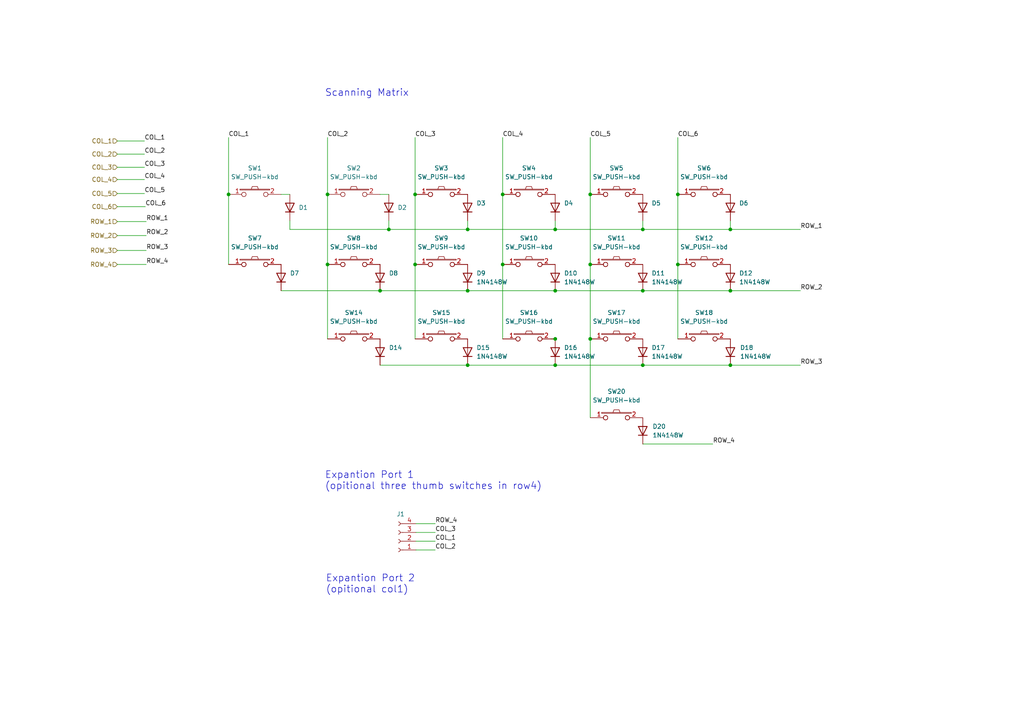
<source format=kicad_sch>
(kicad_sch (version 20211123) (generator eeschema)
  (paper "A4")
  (lib_symbols
    (symbol "Connector:Conn_01x04_Female" (pin_names (offset 1.016) hide)
      (property "Reference" "J" (at 0 5.08 0))
      (property "Value" "Conn_01x04_Female" (at 0 -7.62 0))
      (symbol "Conn_01x04_Female_1_1"
        (arc (start 0 -4.572) (mid -0.508 -5.08) (end 0 -5.588) (stroke (width 0.1524)))
        (arc (start 0 -2.032) (mid -0.508 -2.54) (end 0 -3.048) (stroke (width 0.1524)))
        (polyline (pts (xy -1.27 -5.08) (xy -0.508 -5.08)) (stroke (width 0.1524)))
        (polyline (pts (xy -1.27 -2.54) (xy -0.508 -2.54)) (stroke (width 0.1524)))
        (polyline (pts (xy -1.27 0) (xy -0.508 0)) (stroke (width 0.1524)))
        (polyline (pts (xy -1.27 2.54) (xy -0.508 2.54)) (stroke (width 0.1524)))
        (arc (start 0 0.508) (mid -0.508 0) (end 0 -0.508) (stroke (width 0.1524)))
        (arc (start 0 3.048) (mid -0.508 2.54) (end 0 2.032) (stroke (width 0.1524)))
        (pin passive line (at -5.08 2.54 0) (length 3.81) (name "Pin_1") (number "1"))
        (pin passive line (at -5.08 0 0) (length 3.81) (name "Pin_2") (number "2"))
        (pin passive line (at -5.08 -2.54 0) (length 3.81) (name "Pin_3") (number "3"))
        (pin passive line (at -5.08 -5.08 0) (length 3.81) (name "Pin_4") (number "4"))
      )
    )
    (symbol "mysymbol:1N4148W" (pin_numbers hide) (pin_names (offset 1.016) hide)
      (property "Reference" "D?" (at 2.54 1.2701 90))
      (symbol "1N4148W_0_1"
        (polyline (pts (xy -1.27 1.27) (xy -1.27 -1.27)) (stroke (width 0.254)))
        (polyline (pts (xy 1.27 0) (xy -1.27 0)))
        (polyline (pts (xy 1.27 1.27) (xy 1.27 -1.27) (xy -1.27 0) (xy 1.27 1.27)) (stroke (width 0.254)))
      )
      (symbol "1N4148W_1_1"
        (pin passive line (at -3.81 0 0) (length 2.54) (name "K") (number "1"))
        (pin passive line (at 3.81 0 180) (length 2.54) (name "A") (number "2"))
      )
    )
    (symbol "mysymbol:SW_PUSH-kbd" (pin_names (offset 1.016) hide)
      (property "Reference" "SW1" (at 3.81 2.794 0))
      (symbol "SW_PUSH-kbd_0_1"
        (rectangle (start -4.318 1.27) (end 4.318 1.524))
        (polyline (pts (xy -1.016 1.524) (xy -0.762 2.286) (xy 0.762 2.286) (xy 1.016 1.524)))
        (pin passive inverted (at -7.62 0 0) (length 5.08) (name "1") (number "1"))
        (pin passive inverted (at 7.62 0 180) (length 5.08) (name "2") (number "2"))
      )
    )
  )
  (junction (at 135.636 66.548))
  (junction (at 94.996 56.388))
  (junction (at 196.596 76.708))
  (junction (at 112.776 66.548))
  (junction (at 145.796 56.388))
  (junction (at 211.836 105.918))
  (junction (at 161.036 98.298))
  (junction (at 171.196 56.388))
  (junction (at 120.396 56.388))
  (junction (at 120.396 76.708))
  (junction (at 135.636 84.328))
  (junction (at 135.636 105.918))
  (junction (at 171.196 76.708))
  (junction (at 94.996 76.708))
  (junction (at 211.836 66.548))
  (junction (at 211.836 84.328))
  (junction (at 161.036 84.328))
  (junction (at 66.294 56.388))
  (junction (at 171.196 98.298))
  (junction (at 161.036 105.918))
  (junction (at 145.796 76.708))
  (junction (at 186.436 105.918))
  (junction (at 186.436 66.548))
  (junction (at 110.236 84.328))
  (junction (at 186.436 84.328))
  (junction (at 161.036 66.548))
  (junction (at 196.596 56.388))
  (wire (pts (xy 120.396 76.708) (xy 120.396 98.298)))
  (wire (pts (xy 145.796 76.708) (xy 145.796 98.298)))
  (wire (pts (xy 161.036 105.918) (xy 186.436 105.918)))
  (wire (pts (xy 81.534 84.328) (xy 110.236 84.328)))
  (wire (pts (xy 135.636 84.328) (xy 161.036 84.328)))
  (wire (pts (xy 186.436 66.548) (xy 211.836 66.548)))
  (wire (pts (xy 94.996 56.388) (xy 94.996 76.708)))
  (wire (pts (xy 110.236 84.328) (xy 135.636 84.328)))
  (wire (pts (xy 211.836 64.008) (xy 211.836 66.548)))
  (wire (pts (xy 211.836 66.548) (xy 232.156 66.548)))
  (wire (pts (xy 161.036 64.008) (xy 161.036 66.548)))
  (wire (pts (xy 161.036 84.328) (xy 186.436 84.328)))
  (wire (pts (xy 34.036 44.704) (xy 41.91 44.704)))
  (wire (pts (xy 34.036 68.326) (xy 42.418 68.326)))
  (wire (pts (xy 120.65 159.512) (xy 126.238 159.512)))
  (wire (pts (xy 34.036 64.262) (xy 42.418 64.262)))
  (wire (pts (xy 186.436 128.778) (xy 206.756 128.778)))
  (wire (pts (xy 211.836 105.918) (xy 232.156 105.918)))
  (wire (pts (xy 211.836 84.328) (xy 232.156 84.328)))
  (wire (pts (xy 94.996 39.878) (xy 94.996 56.388)))
  (wire (pts (xy 34.036 48.514) (xy 41.91 48.514)))
  (wire (pts (xy 120.396 56.388) (xy 120.396 76.708)))
  (wire (pts (xy 186.436 105.918) (xy 211.836 105.918)))
  (wire (pts (xy 161.036 66.548) (xy 186.436 66.548)))
  (wire (pts (xy 196.596 39.878) (xy 196.596 56.388)))
  (wire (pts (xy 110.236 56.388) (xy 112.776 56.388)))
  (wire (pts (xy 145.796 56.388) (xy 145.796 76.708)))
  (wire (pts (xy 196.596 56.388) (xy 196.596 76.708)))
  (wire (pts (xy 196.596 76.708) (xy 196.596 98.298)))
  (wire (pts (xy 135.636 105.918) (xy 161.036 105.918)))
  (wire (pts (xy 171.196 76.708) (xy 171.196 98.298)))
  (wire (pts (xy 110.236 105.918) (xy 135.636 105.918)))
  (wire (pts (xy 66.294 39.878) (xy 66.294 56.388)))
  (wire (pts (xy 84.074 64.008) (xy 84.074 66.548)))
  (wire (pts (xy 34.036 40.894) (xy 41.91 40.894)))
  (wire (pts (xy 120.65 151.892) (xy 126.238 151.892)))
  (wire (pts (xy 34.036 76.708) (xy 42.418 76.708)))
  (wire (pts (xy 81.534 56.388) (xy 84.074 56.388)))
  (wire (pts (xy 84.074 66.548) (xy 112.776 66.548)))
  (wire (pts (xy 34.036 56.134) (xy 41.91 56.134)))
  (wire (pts (xy 186.436 64.008) (xy 186.436 66.548)))
  (wire (pts (xy 159.766 98.298) (xy 161.036 98.298)))
  (wire (pts (xy 34.036 59.944) (xy 42.164 59.944)))
  (wire (pts (xy 34.036 52.07) (xy 41.91 52.07)))
  (wire (pts (xy 120.65 156.972) (xy 126.238 156.972)))
  (wire (pts (xy 94.996 76.708) (xy 94.996 98.298)))
  (wire (pts (xy 186.436 84.328) (xy 211.836 84.328)))
  (wire (pts (xy 112.776 64.008) (xy 112.776 66.548)))
  (wire (pts (xy 171.196 98.298) (xy 171.196 121.158)))
  (wire (pts (xy 145.796 39.878) (xy 145.796 56.388)))
  (wire (pts (xy 66.294 56.388) (xy 66.294 76.708)))
  (wire (pts (xy 112.776 66.548) (xy 135.636 66.548)))
  (wire (pts (xy 171.196 56.388) (xy 171.196 76.708)))
  (wire (pts (xy 34.036 72.644) (xy 42.418 72.644)))
  (wire (pts (xy 135.636 66.548) (xy 161.036 66.548)))
  (wire (pts (xy 120.65 154.432) (xy 126.238 154.432)))
  (wire (pts (xy 120.396 39.878) (xy 120.396 56.388)))
  (wire (pts (xy 171.196 39.878) (xy 171.196 56.388)))
  (wire (pts (xy 135.636 64.008) (xy 135.636 66.548)))
  (text "Scanning Matrix" (at 94.234 28.194 0) (effects (font (size 2 2)) (justify left bottom)))
  (text "Expantion Port 2\n(opitional col1)" (at 94.488 172.212 0) (effects (font (size 2 2)) (justify left bottom)))
  (text "Expantion Port 1\n(opitional three thumb switches in row4)" (at 94.234 142.24 0) (effects (font (size 2 2)) (justify left bottom)))
  (label "COL_2" (at 94.996 39.878 0))
  (label "COL_1" (at 126.238 156.972 0))
  (label "ROW_3" (at 42.418 72.644 0))
  (label "COL_2" (at 41.91 44.704 0))
  (label "COL_6" (at 196.596 39.878 0))
  (label "ROW_3" (at 232.156 105.918 0))
  (label "ROW_1" (at 42.418 64.262 0))
  (label "COL_5" (at 171.196 39.878 0))
  (label "ROW_4" (at 42.418 76.708 0))
  (label "COL_4" (at 145.796 39.878 0))
  (label "COL_3" (at 120.396 39.878 0))
  (label "ROW_2" (at 232.156 84.328 0))
  (label "COL_1" (at 41.91 40.894 0))
  (label "COL_4" (at 41.91 52.07 0))
  (label "COL_2" (at 126.238 159.512 0))
  (label "COL_6" (at 42.164 59.944 0))
  (label "ROW_4" (at 126.238 151.892 0))
  (label "COL_3" (at 126.238 154.432 0))
  (label "ROW_1" (at 232.156 66.548 0))
  (label "COL_3" (at 41.91 48.514 0))
  (label "ROW_4" (at 206.756 128.778 0))
  (label "COL_1" (at 66.294 39.878 0))
  (label "ROW_2" (at 42.418 68.326 0))
  (label "COL_5" (at 41.91 56.134 0))
  (hierarchical_label "COL_2" (shape input) (at 34.036 44.704 180))
  (hierarchical_label "ROW_3" (shape input) (at 34.036 72.644 180))
  (hierarchical_label "COL_5" (shape input) (at 34.036 56.134 180))
  (hierarchical_label "ROW_2" (shape input) (at 34.036 68.326 180))
  (hierarchical_label "COL_4" (shape input) (at 34.036 52.07 180))
  (hierarchical_label "COL_6" (shape input) (at 34.036 59.944 180))
  (hierarchical_label "COL_1" (shape input) (at 34.036 40.894 180))
  (hierarchical_label "ROW_4" (shape input) (at 34.036 76.708 180))
  (hierarchical_label "ROW_1" (shape input) (at 34.036 64.262 180))
  (hierarchical_label "COL_3" (shape input) (at 34.036 48.514 180))
  (symbol (lib_id "mysymbol:SW_PUSH-kbd") (at 204.216 76.708 0) (unit 1)
    (property "Reference" "SW12" (at 204.216 69.088 0))
    (property "Value" "SW_PUSH-kbd" (at 204.216 71.628 0))
    (property "Footprint" "mylib:Kailh_Choc_Hotplug" (effects hide))
  )
  (symbol (lib_id "mysymbol:1N4148W") (at 161.036 80.518 90) (unit 1)
    (property "Reference" "D10" (at 163.576 79.2479 90) (effects (justify right)))
    (property "Value" "1N4148W" (at 163.576 81.7879 90) (effects (justify right)))
    (property "Footprint" "mylib:Diode" (effects hide))
    (property "Datasheet" "https://www.vishay.com/docs/85748/1n4148w.pdf" (effects hide))
  )
  (symbol (lib_id "mysymbol:SW_PUSH-kbd") (at 128.016 56.388 0) (unit 1)
    (property "Reference" "SW3" (at 128.016 48.768 0))
    (property "Value" "SW_PUSH-kbd" (at 128.016 51.308 0))
    (property "Footprint" "mylib:Kailh_Choc_Hotplug" (effects hide))
  )
  (symbol (lib_id "mysymbol:SW_PUSH-kbd") (at 128.016 76.708 0) (unit 1)
    (property "Reference" "SW9" (at 128.016 69.088 0))
    (property "Value" "SW_PUSH-kbd" (at 128.016 71.628 0))
    (property "Footprint" "mylib:Kailh_Choc_Hotplug" (effects hide))
  )
  (symbol (lib_id "mysymbol:SW_PUSH-kbd") (at 204.216 98.298 0) (unit 1)
    (property "Reference" "SW18" (at 204.216 90.678 0))
    (property "Value" "SW_PUSH-kbd" (at 204.216 93.218 0))
    (property "Footprint" "mylib:Kailh_Choc_Hotplug" (effects hide))
  )
  (symbol (lib_id "mysymbol:1N4148W") (at 161.036 102.108 90) (unit 1)
    (property "Reference" "D16" (at 163.576 100.8379 90) (effects (justify right)))
    (property "Value" "1N4148W" (at 163.576 103.3779 90) (effects (justify right)))
    (property "Footprint" "mylib:Diode" (effects hide))
    (property "Datasheet" "https://www.vishay.com/docs/85748/1n4148w.pdf" (effects hide))
  )
  (symbol (lib_id "Connector:Conn_01x04_Female") (at 115.57 156.972 180) (unit 1) (in_bom no)
    (property "Reference" "J1" (at 116.205 149.098 0))
    (property "Value" "expantion1" (effects hide))
    (property "Footprint" "mylib:Magnetic-PogoPin-1x04-Female" (effects hide))
  )
  (symbol (lib_id "mysymbol:SW_PUSH-kbd") (at 178.816 121.158 0) (unit 1)
    (property "Reference" "SW20" (at 178.816 113.538 0))
    (property "Value" "SW_PUSH-kbd" (at 178.816 116.078 0))
    (property "Footprint" "mylib:Kailh_Choc_Hotplug" (effects hide))
  )
  (symbol (lib_id "mysymbol:1N4148W") (at 186.436 124.968 90) (unit 1)
    (property "Reference" "D20" (at 189.23 123.6979 90) (effects (justify right)))
    (property "Value" "1N4148W" (at 189.23 126.2379 90) (effects (justify right)))
    (property "Footprint" "mylib:Diode" (effects hide))
    (property "Datasheet" "https://www.vishay.com/docs/85748/1n4148w.pdf" (effects hide))
  )
  (symbol (lib_id "mysymbol:1N4148W") (at 84.074 60.198 90) (unit 1)
    (property "Reference" "D1" (at 86.614 60.1979 90) (effects (justify right)))
    (property "Value" "1N4148W" (effects hide))
    (property "Footprint" "mylib:Diode" (effects hide))
    (property "Datasheet" "https://www.vishay.com/docs/85748/1n4148w.pdf" (effects hide))
  )
  (symbol (lib_id "mysymbol:SW_PUSH-kbd") (at 153.416 76.708 0) (unit 1)
    (property "Reference" "SW10" (at 153.416 69.088 0))
    (property "Value" "SW_PUSH-kbd" (at 153.416 71.628 0))
    (property "Footprint" "mylib:Kailh_Choc_Hotplug" (effects hide))
  )
  (symbol (lib_id "mysymbol:SW_PUSH-kbd") (at 102.616 98.298 0) (unit 1)
    (property "Reference" "SW14" (at 102.616 90.678 0))
    (property "Value" "SW_PUSH-kbd" (at 102.616 93.218 0))
    (property "Footprint" "mylib:Kailh_Choc_Hotplug" (effects hide))
  )
  (symbol (lib_id "mysymbol:SW_PUSH-kbd") (at 178.816 56.388 0) (unit 1)
    (property "Reference" "SW5" (at 178.816 48.768 0))
    (property "Value" "SW_PUSH-kbd" (at 178.816 51.308 0))
    (property "Footprint" "mylib:Kailh_Choc_Hotplug" (effects hide))
  )
  (symbol (lib_id "mysymbol:1N4148W") (at 186.436 80.518 90) (unit 1)
    (property "Reference" "D11" (at 188.976 79.2479 90) (effects (justify right)))
    (property "Value" "1N4148W" (at 188.976 81.7879 90) (effects (justify right)))
    (property "Footprint" "mylib:Diode" (effects hide))
    (property "Datasheet" "https://www.vishay.com/docs/85748/1n4148w.pdf" (effects hide))
  )
  (symbol (lib_id "mysymbol:1N4148W") (at 135.636 102.108 90) (unit 1)
    (property "Reference" "D15" (at 138.176 100.8379 90) (effects (justify right)))
    (property "Value" "1N4148W" (at 138.176 103.3779 90) (effects (justify right)))
    (property "Footprint" "mylib:Diode" (effects hide))
    (property "Datasheet" "https://www.vishay.com/docs/85748/1n4148w.pdf" (effects hide))
  )
  (symbol (lib_id "mysymbol:1N4148W") (at 110.236 102.108 90) (unit 1)
    (property "Reference" "D14" (at 112.776 100.8379 90) (effects (justify right)))
    (property "Value" "1N4148W" (effects hide))
    (property "Footprint" "mylib:Diode" (effects hide))
    (property "Datasheet" "https://www.vishay.com/docs/85748/1n4148w.pdf" (effects hide))
  )
  (symbol (lib_id "mysymbol:1N4148W") (at 81.534 80.518 90) (unit 1)
    (property "Reference" "D7" (at 84.074 79.2479 90) (effects (justify right)))
    (property "Value" "1N4148W" (effects hide))
    (property "Footprint" "mylib:Diode" (effects hide))
    (property "Datasheet" "https://www.vishay.com/docs/85748/1n4148w.pdf" (effects hide))
  )
  (symbol (lib_id "mysymbol:1N4148W") (at 110.236 80.518 90) (unit 1)
    (property "Reference" "D8" (at 112.776 79.2479 90) (effects (justify right)))
    (property "Value" "1N4148W" (effects hide))
    (property "Footprint" "mylib:Diode" (effects hide))
    (property "Datasheet" "https://www.vishay.com/docs/85748/1n4148w.pdf" (effects hide))
  )
  (symbol (lib_id "mysymbol:SW_PUSH-kbd") (at 153.416 56.388 0) (unit 1)
    (property "Reference" "SW4" (at 153.416 48.768 0))
    (property "Value" "SW_PUSH-kbd" (at 153.416 51.308 0))
    (property "Footprint" "mylib:Kailh_Choc_Hotplug" (effects hide))
  )
  (symbol (lib_id "mysymbol:SW_PUSH-kbd") (at 204.216 56.388 0) (unit 1)
    (property "Reference" "SW6" (at 204.216 48.768 0))
    (property "Value" "SW_PUSH-kbd" (at 204.216 51.308 0))
    (property "Footprint" "mylib:Kailh_Choc_Hotplug" (effects hide))
  )
  (symbol (lib_id "mysymbol:1N4148W") (at 161.036 60.198 90) (unit 1)
    (property "Reference" "D4" (at 163.576 58.9279 90) (effects (justify right)))
    (property "Value" "1N4148W" (effects hide))
    (property "Footprint" "mylib:Diode" (effects hide))
    (property "Datasheet" "https://www.vishay.com/docs/85748/1n4148w.pdf" (effects hide))
  )
  (symbol (lib_id "mysymbol:1N4148W") (at 112.776 60.198 90) (unit 1)
    (property "Reference" "D2" (at 115.316 60.1979 90) (effects (justify right)))
    (property "Value" "1N4148W" (effects hide))
    (property "Footprint" "mylib:Diode" (effects hide))
    (property "Datasheet" "https://www.vishay.com/docs/85748/1n4148w.pdf" (effects hide))
  )
  (symbol (lib_id "mysymbol:1N4148W") (at 135.636 60.198 90) (unit 1)
    (property "Reference" "D3" (at 138.176 58.9279 90) (effects (justify right)))
    (property "Value" "1N4148W" (effects hide))
    (property "Footprint" "mylib:Diode" (effects hide))
    (property "Datasheet" "https://www.vishay.com/docs/85748/1n4148w.pdf" (effects hide))
  )
  (symbol (lib_id "mysymbol:SW_PUSH-kbd") (at 128.016 98.298 0) (unit 1)
    (property "Reference" "SW15" (at 128.016 90.678 0))
    (property "Value" "SW_PUSH-kbd" (at 128.016 93.218 0))
    (property "Footprint" "mylib:Kailh_Choc_Hotplug" (effects hide))
  )
  (symbol (lib_id "mysymbol:1N4148W") (at 186.436 102.108 90) (unit 1)
    (property "Reference" "D17" (at 188.976 100.8379 90) (effects (justify right)))
    (property "Value" "1N4148W" (at 188.976 103.3779 90) (effects (justify right)))
    (property "Footprint" "mylib:Diode" (effects hide))
    (property "Datasheet" "https://www.vishay.com/docs/85748/1n4148w.pdf" (effects hide))
  )
  (symbol (lib_id "mysymbol:SW_PUSH-kbd") (at 153.416 98.298 0) (unit 1)
    (property "Reference" "SW16" (at 153.416 90.678 0))
    (property "Value" "SW_PUSH-kbd" (at 153.416 93.218 0))
    (property "Footprint" "mylib:Kailh_Choc_Hotplug" (effects hide))
  )
  (symbol (lib_id "mysymbol:SW_PUSH-kbd") (at 102.616 56.388 0) (unit 1)
    (property "Reference" "SW2" (at 102.616 48.768 0))
    (property "Value" "SW_PUSH-kbd" (at 102.616 51.308 0))
    (property "Footprint" "mylib:Kailh_Choc_Hotplug" (effects hide))
  )
  (symbol (lib_id "mysymbol:SW_PUSH-kbd") (at 102.616 76.708 0) (unit 1)
    (property "Reference" "SW8" (at 102.616 69.088 0))
    (property "Value" "SW_PUSH-kbd" (at 102.616 71.628 0))
    (property "Footprint" "mylib:Kailh_Choc_Hotplug" (effects hide))
  )
  (symbol (lib_id "mysymbol:SW_PUSH-kbd") (at 178.816 76.708 0) (unit 1)
    (property "Reference" "SW11" (at 178.816 69.088 0))
    (property "Value" "SW_PUSH-kbd" (at 178.816 71.628 0))
    (property "Footprint" "mylib:Kailh_Choc_Hotplug" (effects hide))
  )
  (symbol (lib_id "mysymbol:1N4148W") (at 211.836 80.518 90) (unit 1)
    (property "Reference" "D12" (at 214.376 79.2479 90) (effects (justify right)))
    (property "Value" "1N4148W" (at 214.376 81.7879 90) (effects (justify right)))
    (property "Footprint" "mylib:Diode" (effects hide))
    (property "Datasheet" "https://www.vishay.com/docs/85748/1n4148w.pdf" (effects hide))
  )
  (symbol (lib_id "mysymbol:1N4148W") (at 135.636 80.518 90) (unit 1)
    (property "Reference" "D9" (at 138.176 79.2479 90) (effects (justify right)))
    (property "Value" "1N4148W" (at 138.176 81.7879 90) (effects (justify right)))
    (property "Footprint" "mylib:Diode" (effects hide))
    (property "Datasheet" "https://www.vishay.com/docs/85748/1n4148w.pdf" (effects hide))
  )
  (symbol (lib_id "mysymbol:SW_PUSH-kbd") (at 73.914 76.708 0) (unit 1)
    (property "Reference" "SW7" (at 73.914 69.088 0))
    (property "Value" "SW_PUSH-kbd" (at 73.914 71.628 0))
    (property "Footprint" "mylib:Kailh_Choc_Hotplug" (effects hide))
  )
  (symbol (lib_id "mysymbol:SW_PUSH-kbd") (at 73.914 56.388 0) (unit 1)
    (property "Reference" "SW1" (at 73.914 48.768 0))
    (property "Value" "SW_PUSH-kbd" (at 73.914 51.308 0))
    (property "Footprint" "mylib:Kailh_Choc_Hotplug" (effects hide))
  )
  (symbol (lib_id "mysymbol:1N4148W") (at 186.436 60.198 90) (unit 1)
    (property "Reference" "D5" (at 188.976 58.9279 90) (effects (justify right)))
    (property "Value" "1N4148W" (effects hide))
    (property "Footprint" "mylib:Diode" (effects hide))
    (property "Datasheet" "https://www.vishay.com/docs/85748/1n4148w.pdf" (effects hide))
  )
  (symbol (lib_id "mysymbol:SW_PUSH-kbd") (at 178.816 98.298 0) (unit 1)
    (property "Reference" "SW17" (at 178.816 90.678 0))
    (property "Value" "SW_PUSH-kbd" (at 178.816 93.218 0))
    (property "Footprint" "mylib:Kailh_Choc_Hotplug" (effects hide))
  )
  (symbol (lib_id "mysymbol:1N4148W") (at 211.836 102.108 90) (unit 1)
    (property "Reference" "D18" (at 214.63 100.8379 90) (effects (justify right)))
    (property "Value" "1N4148W" (at 214.63 103.3779 90) (effects (justify right)))
    (property "Footprint" "mylib:Diode" (effects hide))
    (property "Datasheet" "https://www.vishay.com/docs/85748/1n4148w.pdf" (effects hide))
  )
  (symbol (lib_id "mysymbol:1N4148W") (at 211.836 60.198 90) (unit 1)
    (property "Reference" "D6" (at 214.376 58.9279 90) (effects (justify right)))
    (property "Value" "1N4148W" (effects hide))
    (property "Footprint" "mylib:Diode" (effects hide))
    (property "Datasheet" "https://www.vishay.com/docs/85748/1n4148w.pdf" (effects hide))
  )
)
</source>
